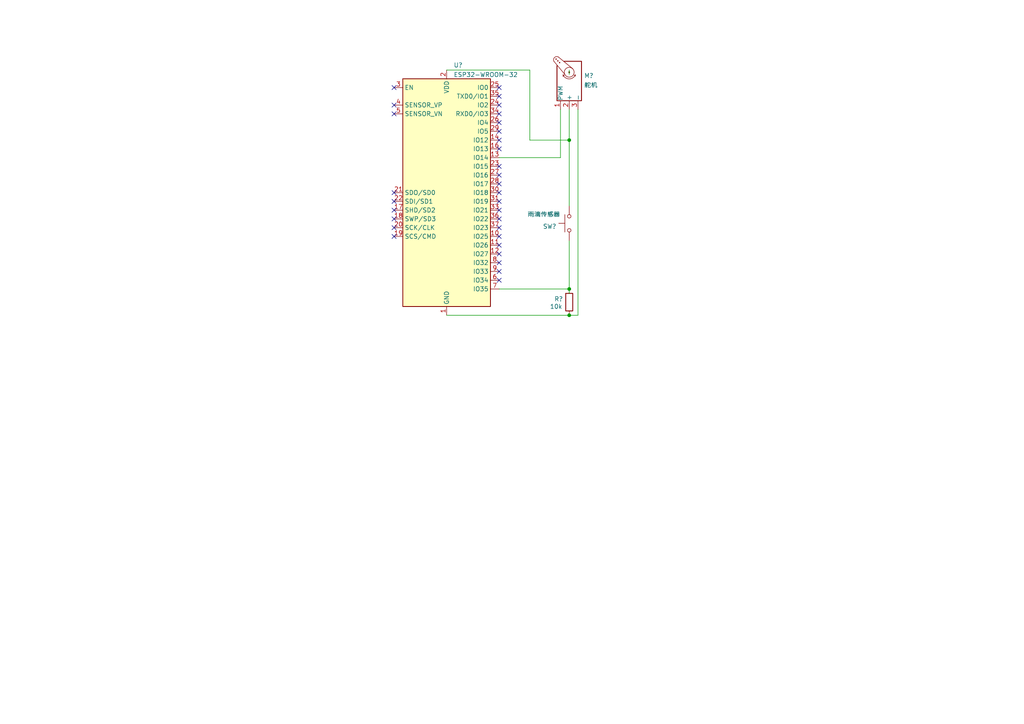
<source format=kicad_sch>
(kicad_sch (version 20220103) (generator eeschema)
  (paper "A4")
  (lib_symbols
    (symbol "Device:R" (pin_numbers hide) (pin_names (offset 0))
      (property "Reference" "R" (at 2.032 0 90))
      (property "Value" "R" (at 0 0 90))
      (symbol "R_0_1"
        (rectangle (start -1.016 -2.54) (end 1.016 2.54) (stroke (width 0.254)))
      )
      (symbol "R_1_1"
        (pin passive line (at 0 3.81 270) (length 1.27) (name "~") (number "1"))
        (pin passive line (at 0 -3.81 90) (length 1.27) (name "~") (number "2"))
      )
    )
    (symbol "Motor:Motor_Servo" (pin_names (offset 0.0254))
      (property "Reference" "M" (at -5.08 4.445 0))
      (property "Value" "Motor_Servo" (at -5.08 -4.064 0))
      (symbol "Motor_Servo_0_1"
        (polyline (pts (xy 2.413 -1.778) (xy 2.032 -1.778)))
        (polyline (pts (xy 2.413 -1.778) (xy 2.286 -1.397)))
        (polyline (pts (xy 2.413 1.778) (xy 1.905 1.778)))
        (polyline (pts (xy 2.413 1.778) (xy 2.286 1.397)))
        (polyline (pts (xy 6.35 4.445) (xy 2.54 1.27)))
        (polyline (pts (xy 7.62 3.175) (xy 4.191 -1.016)))
        (polyline (pts (xy 5.08 3.556) (xy -5.08 3.556) (xy -5.08 -3.556) (xy 6.35 -3.556) (xy 6.35 1.524)) (stroke (width 0.254)))
        (arc (start 2.413 1.778) (mid 1.2406 0) (end 2.413 -1.778))
        (circle (center 3.175 0) (radius 0.1778))
        (circle (center 3.175 0) (radius 1.4224))
        (circle (center 5.969 2.794) (radius 0.127))
        (circle (center 6.477 3.302) (radius 0.127))
        (circle (center 6.985 3.81) (radius 0.127))
        (arc (start 7.62 3.175) (mid 7.4485 4.2735) (end 6.35 4.445))
      )
      (symbol "Motor_Servo_1_1"
        (pin passive line (at -7.62 2.54 0) (length 2.54) (name "PWM") (number "1"))
        (pin passive line (at -7.62 0 0) (length 2.54) (name "+") (number "2"))
        (pin passive line (at -7.62 -2.54 0) (length 2.54) (name "-") (number "3"))
      )
    )
    (symbol "RF_Module:ESP32-WROOM-32"
      (property "Reference" "U" (at -12.7 34.29 0))
      (property "Value" "ESP32-WROOM-32" (at 1.27 34.29 0))
      (symbol "ESP32-WROOM-32_0_1"
        (rectangle (start -12.7 33.02) (end 12.7 -33.02) (stroke (width 0.254)) (fill (type background)))
      )
      (symbol "ESP32-WROOM-32_1_1"
        (pin power_in line (at 0 -35.56 90) (length 2.54) (name "GND") (number "1"))
        (pin bidirectional line (at 15.24 -12.7 180) (length 2.54) (name "IO25") (number "10"))
        (pin bidirectional line (at 15.24 -15.24 180) (length 2.54) (name "IO26") (number "11"))
        (pin bidirectional line (at 15.24 -17.78 180) (length 2.54) (name "IO27") (number "12"))
        (pin bidirectional line (at 15.24 10.16 180) (length 2.54) (name "IO14") (number "13"))
        (pin bidirectional line (at 15.24 15.24 180) (length 2.54) (name "IO12") (number "14"))
        (pin passive line (at 0 -35.56 90) (length 2.54) hide (name "GND") (number "15"))
        (pin bidirectional line (at 15.24 12.7 180) (length 2.54) (name "IO13") (number "16"))
        (pin bidirectional line (at -15.24 -5.08 0) (length 2.54) (name "SHD/SD2") (number "17"))
        (pin bidirectional line (at -15.24 -7.62 0) (length 2.54) (name "SWP/SD3") (number "18"))
        (pin bidirectional line (at -15.24 -12.7 0) (length 2.54) (name "SCS/CMD") (number "19"))
        (pin power_in line (at 0 35.56 270) (length 2.54) (name "VDD") (number "2"))
        (pin bidirectional line (at -15.24 -10.16 0) (length 2.54) (name "SCK/CLK") (number "20"))
        (pin bidirectional line (at -15.24 0 0) (length 2.54) (name "SDO/SD0") (number "21"))
        (pin bidirectional line (at -15.24 -2.54 0) (length 2.54) (name "SDI/SD1") (number "22"))
        (pin bidirectional line (at 15.24 7.62 180) (length 2.54) (name "IO15") (number "23"))
        (pin bidirectional line (at 15.24 25.4 180) (length 2.54) (name "IO2") (number "24"))
        (pin bidirectional line (at 15.24 30.48 180) (length 2.54) (name "IO0") (number "25"))
        (pin bidirectional line (at 15.24 20.32 180) (length 2.54) (name "IO4") (number "26"))
        (pin bidirectional line (at 15.24 5.08 180) (length 2.54) (name "IO16") (number "27"))
        (pin bidirectional line (at 15.24 2.54 180) (length 2.54) (name "IO17") (number "28"))
        (pin bidirectional line (at 15.24 17.78 180) (length 2.54) (name "IO5") (number "29"))
        (pin input line (at -15.24 30.48 0) (length 2.54) (name "EN") (number "3"))
        (pin bidirectional line (at 15.24 0 180) (length 2.54) (name "IO18") (number "30"))
        (pin bidirectional line (at 15.24 -2.54 180) (length 2.54) (name "IO19") (number "31"))
        (pin no_connect line (at -12.7 -27.94 0) (length 2.54) hide (name "NC") (number "32"))
        (pin bidirectional line (at 15.24 -5.08 180) (length 2.54) (name "IO21") (number "33"))
        (pin bidirectional line (at 15.24 22.86 180) (length 2.54) (name "RXD0/IO3") (number "34"))
        (pin bidirectional line (at 15.24 27.94 180) (length 2.54) (name "TXD0/IO1") (number "35"))
        (pin bidirectional line (at 15.24 -7.62 180) (length 2.54) (name "IO22") (number "36"))
        (pin bidirectional line (at 15.24 -10.16 180) (length 2.54) (name "IO23") (number "37"))
        (pin passive line (at 0 -35.56 90) (length 2.54) hide (name "GND") (number "38"))
        (pin passive line (at 0 -35.56 90) (length 2.54) hide (name "GND") (number "39"))
        (pin input line (at -15.24 25.4 0) (length 2.54) (name "SENSOR_VP") (number "4"))
        (pin input line (at -15.24 22.86 0) (length 2.54) (name "SENSOR_VN") (number "5"))
        (pin input line (at 15.24 -25.4 180) (length 2.54) (name "IO34") (number "6"))
        (pin input line (at 15.24 -27.94 180) (length 2.54) (name "IO35") (number "7"))
        (pin bidirectional line (at 15.24 -20.32 180) (length 2.54) (name "IO32") (number "8"))
        (pin bidirectional line (at 15.24 -22.86 180) (length 2.54) (name "IO33") (number "9"))
      )
    )
    (symbol "Switch:SW_Push" (pin_numbers hide) (pin_names (offset 1.016) hide)
      (property "Reference" "SW" (at 1.27 2.54 0))
      (property "Value" "SW_Push" (at 0 -1.524 0))
      (symbol "SW_Push_0_1"
        (circle (center -2.032 0) (radius 0.508))
        (polyline (pts (xy 0 1.27) (xy 0 3.048)))
        (polyline (pts (xy 2.54 1.27) (xy -2.54 1.27)))
        (circle (center 2.032 0) (radius 0.508))
        (pin passive line (at -5.08 0 0) (length 2.54) (name "1") (number "1"))
        (pin passive line (at 5.08 0 180) (length 2.54) (name "2") (number "2"))
      )
    )
  )
  (junction (at 165.1 91.44))
  (junction (at 165.1 83.82))
  (junction (at 165.1 40.64))
  (no_connect (at 144.78 43.18))
  (no_connect (at 144.78 48.26))
  (no_connect (at 144.78 40.64))
  (no_connect (at 144.78 30.48))
  (no_connect (at 144.78 33.02))
  (no_connect (at 144.78 35.56))
  (no_connect (at 144.78 38.1))
  (no_connect (at 144.78 81.28))
  (no_connect (at 144.78 78.74))
  (no_connect (at 144.78 27.94))
  (no_connect (at 144.78 25.4))
  (no_connect (at 114.3 25.4))
  (no_connect (at 114.3 30.48))
  (no_connect (at 114.3 33.02))
  (no_connect (at 114.3 58.42))
  (no_connect (at 114.3 63.5))
  (no_connect (at 114.3 60.96))
  (no_connect (at 114.3 55.88))
  (no_connect (at 114.3 66.04))
  (no_connect (at 114.3 68.58))
  (no_connect (at 144.78 63.5))
  (no_connect (at 144.78 66.04))
  (no_connect (at 144.78 68.58))
  (no_connect (at 144.78 71.12))
  (no_connect (at 144.78 76.2))
  (no_connect (at 144.78 73.66))
  (no_connect (at 144.78 50.8))
  (no_connect (at 144.78 53.34))
  (no_connect (at 144.78 55.88))
  (no_connect (at 144.78 58.42))
  (no_connect (at 144.78 60.96))
  (wire (pts (xy 165.1 40.64) (xy 165.1 59.69)))
  (wire (pts (xy 162.56 45.72) (xy 162.56 31.75)))
  (wire (pts (xy 144.78 83.82) (xy 165.1 83.82)))
  (wire (pts (xy 165.1 85.09) (xy 165.1 83.82)))
  (wire (pts (xy 165.1 31.75) (xy 165.1 40.64)))
  (wire (pts (xy 165.1 91.44) (xy 167.64 91.44)))
  (wire (pts (xy 129.54 91.44) (xy 165.1 91.44)))
  (wire (pts (xy 165.1 40.64) (xy 153.67 40.64)))
  (wire (pts (xy 167.64 31.75) (xy 167.64 91.44)))
  (wire (pts (xy 165.1 21.59) (xy 165.1 20.32)))
  (wire (pts (xy 165.1 69.85) (xy 165.1 83.82)))
  (wire (pts (xy 153.67 20.32) (xy 129.54 20.32)))
  (wire (pts (xy 144.78 45.72) (xy 162.56 45.72)))
  (wire (pts (xy 153.67 40.64) (xy 153.67 20.32)))
  (symbol (lib_id "Motor:Motor_Servo") (at 165.1 24.13 90) (unit 1)
    (property "Reference" "M?" (at 169.418 21.9626 90) (effects (justify right)))
    (property "Value" "舵机" (at 169.418 24.7377 90) (effects (justify right)))
    (property "Datasheet" "http://forums.parallax.com/uploads/attachments/46831/74481.png" (effects hide))
  )
  (symbol (lib_id "RF_Module:ESP32-WROOM-32") (at 129.54 55.88 0) (unit 1)
    (property "Reference" "U?" (at 131.5594 18.8935 0) (effects (justify left)))
    (property "Value" "ESP32-WROOM-32" (at 131.5594 21.6686 0) (effects (justify left)))
    (property "Footprint" "RF_Module:ESP32-WROOM-32" (effects hide))
    (property "Datasheet" "https://www.espressif.com/sites/default/files/documentation/esp32-wroom-32_datasheet_en.pdf" (effects hide))
  )
  (symbol (lib_id "Device:R") (at 165.1 87.63 0) (mirror x) (unit 1)
    (property "Reference" "R?" (at 163.322 86.7215 0) (effects (justify right)))
    (property "Value" "10k" (at 161.29 88.9 0))
  )
  (symbol (lib_id "Switch:SW_Push") (at 165.1 64.77 90) (unit 1)
    (property "Reference" "SW?" (at 161.417 65.6785 90) (effects (justify left)))
    (property "Value" "雨滴传感器" (at 162.56 62.23 90) (effects (justify left)))
  )
)
</source>
